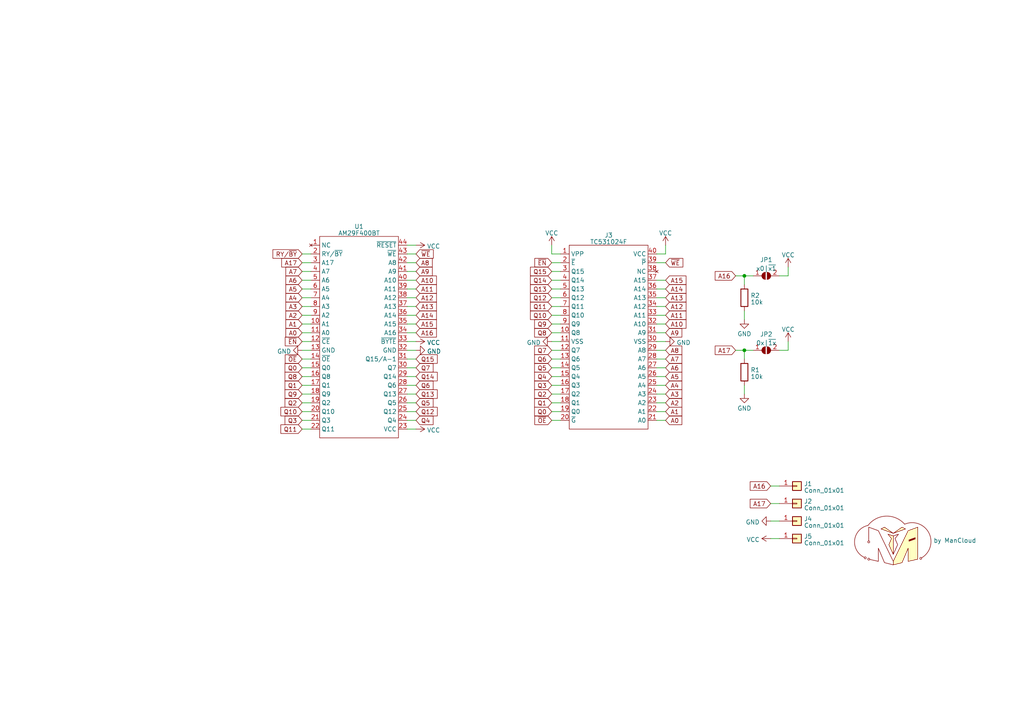
<source format=kicad_sch>
(kicad_sch (version 20230121) (generator eeschema)
  (paper "A4")
  (lib_symbols
    (symbol "Connector_Generic:Conn_01x01" (pin_names (offset 1.016) hide)
      (property "Reference" "J" (at 0 2.54 0))
      (property "Value" "Conn_01x01" (at 0 -2.54 0))
      (symbol "Conn_01x01_1_1"
        (rectangle (start -1.27 0.127) (end 0 -0.127) (stroke (width 0.1524)))
        (rectangle (start -1.27 1.27) (end 1.27 -1.27) (stroke (width 0.254)) (fill (type background)))
        (pin passive line (at -5.08 0 0) (length 3.81) (name "Pin_1") (number "1"))
      )
    )
    (symbol "Device:R" (pin_numbers hide) (pin_names (offset 0))
      (property "Reference" "R" (at 2.032 0 90))
      (property "Value" "R" (at 0 0 90))
      (symbol "R_0_1"
        (rectangle (start -1.016 -2.54) (end 1.016 2.54) (stroke (width 0.254)))
      )
      (symbol "R_1_1"
        (pin passive line (at 0 3.81 270) (length 1.27) (name "~") (number "1"))
        (pin passive line (at 0 -3.81 90) (length 1.27) (name "~") (number "2"))
      )
    )
    (symbol "Eigenes:AM29F400"
      (property "Reference" "U" (at -10.16 29.21 0))
      (property "Value" "AM29F400" (at 0 -31.75 0))
      (symbol "AM29F400_0_0"
        (pin no_connect line (at -13.97 25.4 0) (length 2.54) (name "NC") (number "1"))
        (pin input line (at -13.97 2.54 0) (length 2.54) (name "A1") (number "10"))
        (pin input line (at -13.97 0 0) (length 2.54) (name "A0") (number "11"))
        (pin input line (at -13.97 -2.54 0) (length 2.54) (name "~{CE}") (number "12"))
        (pin power_in line (at -13.97 -5.08 0) (length 2.54) (name "GND") (number "13"))
        (pin input line (at -13.97 -7.62 0) (length 2.54) (name "~{OE}") (number "14"))
        (pin bidirectional line (at -13.97 -10.16 0) (length 2.54) (name "Q0") (number "15"))
        (pin bidirectional line (at -13.97 -12.7 0) (length 2.54) (name "Q8") (number "16"))
        (pin bidirectional line (at -13.97 -15.24 0) (length 2.54) (name "Q1") (number "17"))
        (pin bidirectional line (at -13.97 -17.78 0) (length 2.54) (name "Q9") (number "18"))
        (pin bidirectional line (at -13.97 -20.32 0) (length 2.54) (name "Q2") (number "19"))
        (pin output line (at -13.97 22.86 0) (length 2.54) (name "RY/~{BY}") (number "2"))
        (pin bidirectional line (at -13.97 -22.86 0) (length 2.54) (name "Q10") (number "20"))
        (pin bidirectional line (at -13.97 -25.4 0) (length 2.54) (name "Q3") (number "21"))
        (pin bidirectional line (at -13.97 -27.94 0) (length 2.54) (name "Q11") (number "22"))
        (pin power_in line (at 13.97 -27.94 180) (length 2.54) (name "VCC") (number "23"))
        (pin bidirectional line (at 13.97 -25.4 180) (length 2.54) (name "Q4") (number "24"))
        (pin bidirectional line (at 13.97 -22.86 180) (length 2.54) (name "Q12") (number "25"))
        (pin bidirectional line (at 13.97 -20.32 180) (length 2.54) (name "Q5") (number "26"))
        (pin bidirectional line (at 13.97 -17.78 180) (length 2.54) (name "Q13") (number "27"))
        (pin bidirectional line (at 13.97 -15.24 180) (length 2.54) (name "Q6") (number "28"))
        (pin bidirectional line (at 13.97 -12.7 180) (length 2.54) (name "Q14") (number "29"))
        (pin input line (at -13.97 20.32 0) (length 2.54) (name "A17") (number "3"))
        (pin bidirectional line (at 13.97 -10.16 180) (length 2.54) (name "Q7") (number "30"))
        (pin bidirectional line (at 13.97 -7.62 180) (length 2.54) (name "Q15/A-1") (number "31"))
        (pin power_in line (at 13.97 -5.08 180) (length 2.54) (name "GND") (number "32"))
        (pin input line (at 13.97 -2.54 180) (length 2.54) (name "~{BYTE}") (number "33"))
        (pin input line (at 13.97 0 180) (length 2.54) (name "A16") (number "34"))
        (pin input line (at 13.97 2.54 180) (length 2.54) (name "A15") (number "35"))
        (pin input line (at 13.97 5.08 180) (length 2.54) (name "A14") (number "36"))
        (pin input line (at 13.97 7.62 180) (length 2.54) (name "A13") (number "37"))
        (pin input line (at 13.97 10.16 180) (length 2.54) (name "A12") (number "38"))
        (pin input line (at 13.97 12.7 180) (length 2.54) (name "A11") (number "39"))
        (pin input line (at -13.97 17.78 0) (length 2.54) (name "A7") (number "4"))
        (pin input line (at 13.97 15.24 180) (length 2.54) (name "A10") (number "40"))
        (pin input line (at 13.97 17.78 180) (length 2.54) (name "A9") (number "41"))
        (pin input line (at 13.97 20.32 180) (length 2.54) (name "A8") (number "42"))
        (pin input line (at 13.97 22.86 180) (length 2.54) (name "~{WE}") (number "43"))
        (pin input line (at 13.97 25.4 180) (length 2.54) (name "~{RESET}") (number "44"))
        (pin input line (at -13.97 15.24 0) (length 2.54) (name "A6") (number "5"))
        (pin input line (at -13.97 12.7 0) (length 2.54) (name "A5") (number "6"))
        (pin input line (at -13.97 10.16 0) (length 2.54) (name "A4") (number "7"))
        (pin input line (at -13.97 7.62 0) (length 2.54) (name "A3") (number "8"))
        (pin input line (at -13.97 5.08 0) (length 2.54) (name "A2") (number "9"))
      )
      (symbol "AM29F400_0_1"
        (rectangle (start -11.43 27.94) (end 11.43 -30.48))
      )
    )
    (symbol "Eigenes:M27C1024"
      (property "Reference" "U" (at -10.16 26.67 0))
      (property "Value" "M27C1024" (at 0 -29.21 0))
      (symbol "M27C1024_0_0"
        (pin power_in line (at -13.97 22.86 0) (length 2.54) (name "VPP") (number "1"))
        (pin bidirectional line (at -13.97 0 0) (length 2.54) (name "Q8") (number "10"))
        (pin power_in line (at -13.97 -2.54 0) (length 2.54) (name "VSS") (number "11"))
        (pin bidirectional line (at -13.97 -5.08 0) (length 2.54) (name "Q7") (number "12"))
        (pin bidirectional line (at -13.97 -7.62 0) (length 2.54) (name "Q6") (number "13"))
        (pin bidirectional line (at -13.97 -10.16 0) (length 2.54) (name "Q5") (number "14"))
        (pin bidirectional line (at -13.97 -12.7 0) (length 2.54) (name "Q4") (number "15"))
        (pin bidirectional line (at -13.97 -15.24 0) (length 2.54) (name "Q3") (number "16"))
        (pin bidirectional line (at -13.97 -17.78 0) (length 2.54) (name "Q2") (number "17"))
        (pin bidirectional line (at -13.97 -20.32 0) (length 2.54) (name "Q1") (number "18"))
        (pin bidirectional line (at -13.97 -22.86 0) (length 2.54) (name "Q0") (number "19"))
        (pin input line (at -13.97 20.32 0) (length 2.54) (name "~{E}") (number "2"))
        (pin input line (at -13.97 -25.4 0) (length 2.54) (name "~{G}") (number "20"))
        (pin input line (at 13.97 -25.4 180) (length 2.54) (name "A0") (number "21"))
        (pin input line (at 13.97 -22.86 180) (length 2.54) (name "A1") (number "22"))
        (pin input line (at 13.97 -20.32 180) (length 2.54) (name "A2") (number "23"))
        (pin input line (at 13.97 -17.78 180) (length 2.54) (name "A3") (number "24"))
        (pin input line (at 13.97 -15.24 180) (length 2.54) (name "A4") (number "25"))
        (pin input line (at 13.97 -12.7 180) (length 2.54) (name "A5") (number "26"))
        (pin input line (at 13.97 -10.16 180) (length 2.54) (name "A6") (number "27"))
        (pin input line (at 13.97 -7.62 180) (length 2.54) (name "A7") (number "28"))
        (pin input line (at 13.97 -5.08 180) (length 2.54) (name "A8") (number "29"))
        (pin bidirectional line (at -13.97 17.78 0) (length 2.54) (name "Q15") (number "3"))
        (pin power_in line (at 13.97 -2.54 180) (length 2.54) (name "VSS") (number "30"))
        (pin input line (at 13.97 0 180) (length 2.54) (name "A9") (number "31"))
        (pin input line (at 13.97 2.54 180) (length 2.54) (name "A10") (number "32"))
        (pin input line (at 13.97 5.08 180) (length 2.54) (name "A11") (number "33"))
        (pin input line (at 13.97 7.62 180) (length 2.54) (name "A12") (number "34"))
        (pin input line (at 13.97 10.16 180) (length 2.54) (name "A13") (number "35"))
        (pin input line (at 13.97 12.7 180) (length 2.54) (name "A14") (number "36"))
        (pin input line (at 13.97 15.24 180) (length 2.54) (name "A15") (number "37"))
        (pin no_connect line (at 13.97 17.78 180) (length 2.54) (name "NC") (number "38"))
        (pin input line (at 13.97 20.32 180) (length 2.54) (name "~{P}") (number "39"))
        (pin bidirectional line (at -13.97 15.24 0) (length 2.54) (name "Q14") (number "4"))
        (pin input line (at 13.97 22.86 180) (length 2.54) (name "VCC") (number "40"))
        (pin bidirectional line (at -13.97 12.7 0) (length 2.54) (name "Q13") (number "5"))
        (pin bidirectional line (at -13.97 10.16 0) (length 2.54) (name "Q12") (number "6"))
        (pin bidirectional line (at -13.97 7.62 0) (length 2.54) (name "Q11") (number "7"))
        (pin bidirectional line (at -13.97 5.08 0) (length 2.54) (name "Q10") (number "8"))
        (pin bidirectional line (at -13.97 2.54 0) (length 2.54) (name "Q9") (number "9"))
      )
      (symbol "M27C1024_0_1"
        (rectangle (start -11.43 25.4) (end 11.43 -27.94))
      )
    )
    (symbol "Eigenes:by ManCloud"
      (property "Value" "by ManCloud" (at -9.0424 -7.9756 0))
      (symbol "by ManCloud_0_1"
        (circle (center -8.128 -5.588) (radius 0.284) (stroke (width 0.1524)))
        (arc (start -7.3152 3.81) (mid -11.1878 -0.4122) (end -8.4328 -5.4356) (stroke (width 0.1524)))
        (circle (center -7.112 -5.969) (radius 0.284) (stroke (width 0.1524)))
        (circle (center -7.112 -0.9652) (radius 0.284) (stroke (width 0.1524)))
        (polyline (pts (xy -2.54 3.302) (xy 0 1.524) (xy -3.556 2.794) (xy -2.54 3.302)) (stroke (width 0.1524)) (fill (type background)))
        (polyline (pts (xy 2.54 3.302) (xy 0 1.524) (xy 3.556 2.794) (xy 2.54 3.302)) (stroke (width 0.1524)) (fill (type background)))
        (polyline (pts (xy 6.35 0.254) (xy 4.572 -0.381) (xy 4.572 -0.762) (xy 6.35 -0.127) (xy 6.35 0.254)) (stroke (width 0.1524)) (fill (type outline)))
        (polyline (pts (xy 0 -4.572) (xy -1.27 -1.778) (xy -0.508 0) (xy -1.524 1.27) (xy 0 0.762) (xy 0 -4.572)) (stroke (width 0.1524)) (fill (type background)))
        (polyline (pts (xy 0 -4.572) (xy 1.27 -1.778) (xy 0.508 0) (xy 1.524 1.27) (xy 0 0.762) (xy 0 -4.572)) (stroke (width 0.1524)))
        (polyline (pts (xy -6.8072 -6.0452) (xy -4.318 -6.604) (xy -4.318 -2.794) (xy -2.54 -6.985) (xy 0 -7.62) (xy 0 -6.604) (xy -4.318 2.286) (xy -7.112 3.302) (xy -7.112 -0.635)) (stroke (width 0.1524)))
        (polyline (pts (xy 4.318 2.286) (xy 7.112 3.302) (xy 7.112 -5.969) (xy 4.318 -6.604) (xy 4.318 -2.794) (xy 2.54 -6.985) (xy 0 -7.62) (xy 0 -6.604) (xy 4.318 2.286)) (stroke (width 0.1524)) (fill (type background)))
        (arc (start 3.302 4.1656) (mid -2.0911 6.5108) (end -7.3152 3.81) (stroke (width 0.1524)))
        (circle (center 7.9756 -5.7404) (radius 0.284) (stroke (width 0.1524)))
        (arc (start 8.2296 -5.588) (mid 10.3596 1.6096) (end 3.302 4.1656) (stroke (width 0.1524)))
      )
    )
    (symbol "Jumper:SolderJumper_2_Open" (pin_names (offset 0) hide)
      (property "Reference" "JP" (at 0 2.032 0))
      (property "Value" "SolderJumper_2_Open" (at 0 -2.54 0))
      (symbol "SolderJumper_2_Open_0_1"
        (arc (start -0.254 1.016) (mid -1.2656 0) (end -0.254 -1.016))
        (arc (start -0.254 1.016) (mid -1.2656 0) (end -0.254 -1.016) (fill (type outline)))
        (polyline (pts (xy -0.254 1.016) (xy -0.254 -1.016)))
        (polyline (pts (xy 0.254 1.016) (xy 0.254 -1.016)))
        (arc (start 0.254 -1.016) (mid 1.2656 0) (end 0.254 1.016))
        (arc (start 0.254 -1.016) (mid 1.2656 0) (end 0.254 1.016) (fill (type outline)))
      )
      (symbol "SolderJumper_2_Open_1_1"
        (pin passive line (at -3.81 0 0) (length 2.54) (name "A") (number "1"))
        (pin passive line (at 3.81 0 180) (length 2.54) (name "B") (number "2"))
      )
    )
    (symbol "power:GND" (power) (pin_names (offset 0))
      (property "Value" "GND" (at 0 -3.81 0))
      (symbol "GND_0_1"
        (polyline (pts (xy 0 0) (xy 0 -1.27) (xy 1.27 -1.27) (xy 0 -2.54) (xy -1.27 -1.27) (xy 0 -1.27)))
      )
      (symbol "GND_1_1"
        (pin power_in line (at 0 0 270) (length 0) hide (name "GND") (number "1"))
      )
    )
    (symbol "power:VCC" (power) (pin_names (offset 0))
      (property "Value" "VCC" (at 0 3.81 0))
      (symbol "VCC_0_1"
        (polyline (pts (xy -0.762 1.27) (xy 0 2.54)))
        (polyline (pts (xy 0 0) (xy 0 2.54)))
        (polyline (pts (xy 0 2.54) (xy 0.762 1.27)))
      )
      (symbol "VCC_1_1"
        (pin power_in line (at 0 0 90) (length 0) hide (name "VCC") (number "1"))
      )
    )
  )
  (junction (at 215.9 101.6))
  (junction (at 215.9 80.01))
  (wire (pts (xy 90.17 73.66) (xy 87.63 73.66)))
  (wire (pts (xy 118.11 109.22) (xy 120.65 109.22)))
  (wire (pts (xy 226.06 101.6) (xy 228.6 101.6)))
  (wire (pts (xy 190.5 96.52) (xy 193.04 96.52)))
  (wire (pts (xy 90.17 76.2) (xy 87.63 76.2)))
  (wire (pts (xy 90.17 104.14) (xy 87.63 104.14)))
  (wire (pts (xy 118.11 121.92) (xy 120.65 121.92)))
  (wire (pts (xy 223.52 140.97) (xy 226.06 140.97)))
  (wire (pts (xy 118.11 99.06) (xy 120.65 99.06)))
  (wire (pts (xy 190.5 104.14) (xy 193.04 104.14)))
  (wire (pts (xy 223.52 146.05) (xy 226.06 146.05)))
  (wire (pts (xy 190.5 116.84) (xy 193.04 116.84)))
  (wire (pts (xy 193.04 71.12) (xy 193.04 73.66)))
  (wire (pts (xy 228.6 99.06) (xy 228.6 101.6)))
  (wire (pts (xy 118.11 71.12) (xy 120.65 71.12)))
  (wire (pts (xy 190.5 83.82) (xy 193.04 83.82)))
  (wire (pts (xy 118.11 111.76) (xy 120.65 111.76)))
  (wire (pts (xy 118.11 96.52) (xy 120.65 96.52)))
  (wire (pts (xy 190.5 93.98) (xy 193.04 93.98)))
  (wire (pts (xy 162.56 111.76) (xy 160.02 111.76)))
  (wire (pts (xy 213.36 101.6) (xy 215.9 101.6)))
  (wire (pts (xy 90.17 114.3) (xy 87.63 114.3)))
  (wire (pts (xy 190.5 101.6) (xy 193.04 101.6)))
  (wire (pts (xy 162.56 101.6) (xy 160.02 101.6)))
  (wire (pts (xy 118.11 106.68) (xy 120.65 106.68)))
  (wire (pts (xy 162.56 93.98) (xy 160.02 93.98)))
  (wire (pts (xy 118.11 124.46) (xy 120.65 124.46)))
  (wire (pts (xy 162.56 83.82) (xy 160.02 83.82)))
  (wire (pts (xy 215.9 111.76) (xy 215.9 114.3)))
  (wire (pts (xy 90.17 78.74) (xy 87.63 78.74)))
  (wire (pts (xy 190.5 73.66) (xy 193.04 73.66)))
  (wire (pts (xy 162.56 114.3) (xy 160.02 114.3)))
  (wire (pts (xy 118.11 86.36) (xy 120.65 86.36)))
  (wire (pts (xy 118.11 101.6) (xy 120.65 101.6)))
  (wire (pts (xy 162.56 78.74) (xy 160.02 78.74)))
  (wire (pts (xy 90.17 119.38) (xy 87.63 119.38)))
  (wire (pts (xy 190.5 91.44) (xy 193.04 91.44)))
  (wire (pts (xy 190.5 88.9) (xy 193.04 88.9)))
  (wire (pts (xy 90.17 121.92) (xy 87.63 121.92)))
  (wire (pts (xy 90.17 93.98) (xy 87.63 93.98)))
  (wire (pts (xy 90.17 99.06) (xy 87.63 99.06)))
  (wire (pts (xy 118.11 83.82) (xy 120.65 83.82)))
  (wire (pts (xy 215.9 80.01) (xy 215.9 82.55)))
  (wire (pts (xy 118.11 76.2) (xy 120.65 76.2)))
  (wire (pts (xy 90.17 116.84) (xy 87.63 116.84)))
  (wire (pts (xy 90.17 86.36) (xy 87.63 86.36)))
  (wire (pts (xy 190.5 121.92) (xy 193.04 121.92)))
  (wire (pts (xy 162.56 106.68) (xy 160.02 106.68)))
  (wire (pts (xy 213.36 80.01) (xy 215.9 80.01)))
  (wire (pts (xy 90.17 83.82) (xy 87.63 83.82)))
  (wire (pts (xy 90.17 124.46) (xy 87.63 124.46)))
  (wire (pts (xy 190.5 86.36) (xy 193.04 86.36)))
  (wire (pts (xy 90.17 106.68) (xy 87.63 106.68)))
  (wire (pts (xy 87.63 101.6) (xy 90.17 101.6)))
  (wire (pts (xy 90.17 88.9) (xy 87.63 88.9)))
  (wire (pts (xy 215.9 101.6) (xy 215.9 104.14)))
  (wire (pts (xy 162.56 88.9) (xy 160.02 88.9)))
  (wire (pts (xy 190.5 109.22) (xy 193.04 109.22)))
  (wire (pts (xy 160.02 73.66) (xy 162.56 73.66)))
  (wire (pts (xy 118.11 116.84) (xy 120.65 116.84)))
  (wire (pts (xy 162.56 96.52) (xy 160.02 96.52)))
  (wire (pts (xy 160.02 71.12) (xy 160.02 73.66)))
  (wire (pts (xy 118.11 91.44) (xy 120.65 91.44)))
  (wire (pts (xy 190.5 119.38) (xy 193.04 119.38)))
  (wire (pts (xy 90.17 109.22) (xy 87.63 109.22)))
  (wire (pts (xy 90.17 111.76) (xy 87.63 111.76)))
  (wire (pts (xy 118.11 88.9) (xy 120.65 88.9)))
  (wire (pts (xy 215.9 101.6) (xy 218.44 101.6)))
  (wire (pts (xy 118.11 78.74) (xy 120.65 78.74)))
  (wire (pts (xy 215.9 90.17) (xy 215.9 92.71)))
  (wire (pts (xy 118.11 73.66) (xy 120.65 73.66)))
  (wire (pts (xy 118.11 93.98) (xy 120.65 93.98)))
  (wire (pts (xy 162.56 86.36) (xy 160.02 86.36)))
  (wire (pts (xy 162.56 121.92) (xy 160.02 121.92)))
  (wire (pts (xy 162.56 119.38) (xy 160.02 119.38)))
  (wire (pts (xy 90.17 91.44) (xy 87.63 91.44)))
  (wire (pts (xy 90.17 81.28) (xy 87.63 81.28)))
  (wire (pts (xy 162.56 104.14) (xy 160.02 104.14)))
  (wire (pts (xy 190.5 81.28) (xy 193.04 81.28)))
  (wire (pts (xy 190.5 114.3) (xy 193.04 114.3)))
  (wire (pts (xy 190.5 99.06) (xy 193.04 99.06)))
  (wire (pts (xy 190.5 106.68) (xy 193.04 106.68)))
  (wire (pts (xy 228.6 77.47) (xy 228.6 80.01)))
  (wire (pts (xy 223.52 151.13) (xy 226.06 151.13)))
  (wire (pts (xy 162.56 109.22) (xy 160.02 109.22)))
  (wire (pts (xy 90.17 96.52) (xy 87.63 96.52)))
  (wire (pts (xy 190.5 76.2) (xy 193.04 76.2)))
  (wire (pts (xy 118.11 114.3) (xy 120.65 114.3)))
  (wire (pts (xy 162.56 81.28) (xy 160.02 81.28)))
  (wire (pts (xy 162.56 91.44) (xy 160.02 91.44)))
  (wire (pts (xy 162.56 76.2) (xy 160.02 76.2)))
  (wire (pts (xy 118.11 104.14) (xy 120.65 104.14)))
  (wire (pts (xy 223.52 156.21) (xy 226.06 156.21)))
  (wire (pts (xy 118.11 81.28) (xy 120.65 81.28)))
  (wire (pts (xy 190.5 111.76) (xy 193.04 111.76)))
  (wire (pts (xy 215.9 80.01) (xy 218.44 80.01)))
  (wire (pts (xy 160.02 99.06) (xy 162.56 99.06)))
  (wire (pts (xy 226.06 80.01) (xy 228.6 80.01)))
  (wire (pts (xy 162.56 116.84) (xy 160.02 116.84)))
  (wire (pts (xy 118.11 119.38) (xy 120.65 119.38)))
  (global_label "A17" (shape input) (at 87.63 76.2 180) (property "Intersheetrefs" "${INTERSHEET_REFS}" (effects hide)))
  (global_label "~{EN}" (shape input) (at 87.63 99.06 180) (property "Intersheetrefs" "${INTERSHEET_REFS}" (effects hide)))
  (global_label "RY{slash}~{BY}" (shape input) (at 87.63 73.66 180) (property "Intersheetrefs" "${INTERSHEET_REFS}" (effects hide)))
  (global_label "A14" (shape input) (at 193.04 83.82 0) (property "Intersheetrefs" "${INTERSHEET_REFS}" (effects hide)))
  (global_label "A6" (shape input) (at 87.63 81.28 180) (property "Intersheetrefs" "${INTERSHEET_REFS}" (effects hide)))
  (global_label "Q1" (shape input) (at 160.02 116.84 180) (property "Intersheetrefs" "${INTERSHEET_REFS}" (effects hide)))
  (global_label "A16" (shape input) (at 223.52 140.97 180) (property "Intersheetrefs" "${INTERSHEET_REFS}" (effects hide)))
  (global_label "A13" (shape input) (at 120.65 88.9 0) (property "Intersheetrefs" "${INTERSHEET_REFS}" (effects hide)))
  (global_label "A17" (shape input) (at 213.36 101.6 180) (property "Intersheetrefs" "${INTERSHEET_REFS}" (effects hide)))
  (global_label "Q8" (shape input) (at 160.02 96.52 180) (property "Intersheetrefs" "${INTERSHEET_REFS}" (effects hide)))
  (global_label "A2" (shape input) (at 87.63 91.44 180) (property "Intersheetrefs" "${INTERSHEET_REFS}" (effects hide)))
  (global_label "A5" (shape input) (at 193.04 109.22 0) (property "Intersheetrefs" "${INTERSHEET_REFS}" (effects hide)))
  (global_label "Q7" (shape input) (at 160.02 101.6 180) (property "Intersheetrefs" "${INTERSHEET_REFS}" (effects hide)))
  (global_label "A15" (shape input) (at 193.04 81.28 0) (property "Intersheetrefs" "${INTERSHEET_REFS}" (effects hide)))
  (global_label "Q13" (shape input) (at 120.65 114.3 0) (property "Intersheetrefs" "${INTERSHEET_REFS}" (effects hide)))
  (global_label "A10" (shape input) (at 193.04 93.98 0) (property "Intersheetrefs" "${INTERSHEET_REFS}" (effects hide)))
  (global_label "Q0" (shape input) (at 87.63 106.68 180) (property "Intersheetrefs" "${INTERSHEET_REFS}" (effects hide)))
  (global_label "A6" (shape input) (at 193.04 106.68 0) (property "Intersheetrefs" "${INTERSHEET_REFS}" (effects hide)))
  (global_label "Q12" (shape input) (at 120.65 119.38 0) (property "Intersheetrefs" "${INTERSHEET_REFS}" (effects hide)))
  (global_label "A0" (shape input) (at 193.04 121.92 0) (property "Intersheetrefs" "${INTERSHEET_REFS}" (effects hide)))
  (global_label "Q8" (shape input) (at 87.63 109.22 180) (property "Intersheetrefs" "${INTERSHEET_REFS}" (effects hide)))
  (global_label "Q7" (shape input) (at 120.65 106.68 0) (property "Intersheetrefs" "${INTERSHEET_REFS}" (effects hide)))
  (global_label "A7" (shape input) (at 193.04 104.14 0) (property "Intersheetrefs" "${INTERSHEET_REFS}" (effects hide)))
  (global_label "Q6" (shape input) (at 160.02 104.14 180) (property "Intersheetrefs" "${INTERSHEET_REFS}" (effects hide)))
  (global_label "Q3" (shape input) (at 87.63 121.92 180) (property "Intersheetrefs" "${INTERSHEET_REFS}" (effects hide)))
  (global_label "Q4" (shape input) (at 120.65 121.92 0) (property "Intersheetrefs" "${INTERSHEET_REFS}" (effects hide)))
  (global_label "A16" (shape input) (at 120.65 96.52 0) (property "Intersheetrefs" "${INTERSHEET_REFS}" (effects hide)))
  (global_label "A5" (shape input) (at 87.63 83.82 180) (property "Intersheetrefs" "${INTERSHEET_REFS}" (effects hide)))
  (global_label "Q9" (shape input) (at 160.02 93.98 180) (property "Intersheetrefs" "${INTERSHEET_REFS}" (effects hide)))
  (global_label "Q2" (shape input) (at 160.02 114.3 180) (property "Intersheetrefs" "${INTERSHEET_REFS}" (effects hide)))
  (global_label "A1" (shape input) (at 87.63 93.98 180) (property "Intersheetrefs" "${INTERSHEET_REFS}" (effects hide)))
  (global_label "A1" (shape input) (at 193.04 119.38 0) (property "Intersheetrefs" "${INTERSHEET_REFS}" (effects hide)))
  (global_label "A11" (shape input) (at 193.04 91.44 0) (property "Intersheetrefs" "${INTERSHEET_REFS}" (effects hide)))
  (global_label "A2" (shape input) (at 193.04 116.84 0) (property "Intersheetrefs" "${INTERSHEET_REFS}" (effects hide)))
  (global_label "A13" (shape input) (at 193.04 86.36 0) (property "Intersheetrefs" "${INTERSHEET_REFS}" (effects hide)))
  (global_label "A15" (shape input) (at 120.65 93.98 0) (property "Intersheetrefs" "${INTERSHEET_REFS}" (effects hide)))
  (global_label "A17" (shape input) (at 223.52 146.05 180) (property "Intersheetrefs" "${INTERSHEET_REFS}" (effects hide)))
  (global_label "A7" (shape input) (at 87.63 78.74 180) (property "Intersheetrefs" "${INTERSHEET_REFS}" (effects hide)))
  (global_label "Q3" (shape input) (at 160.02 111.76 180) (property "Intersheetrefs" "${INTERSHEET_REFS}" (effects hide)))
  (global_label "A8" (shape input) (at 120.65 76.2 0) (property "Intersheetrefs" "${INTERSHEET_REFS}" (effects hide)))
  (global_label "Q12" (shape input) (at 160.02 86.36 180) (property "Intersheetrefs" "${INTERSHEET_REFS}" (effects hide)))
  (global_label "Q13" (shape input) (at 160.02 83.82 180) (property "Intersheetrefs" "${INTERSHEET_REFS}" (effects hide)))
  (global_label "A11" (shape input) (at 120.65 83.82 0) (property "Intersheetrefs" "${INTERSHEET_REFS}" (effects hide)))
  (global_label "~{WE}" (shape input) (at 120.65 73.66 0) (property "Intersheetrefs" "${INTERSHEET_REFS}" (effects hide)))
  (global_label "A9" (shape input) (at 120.65 78.74 0) (property "Intersheetrefs" "${INTERSHEET_REFS}" (effects hide)))
  (global_label "A12" (shape input) (at 120.65 86.36 0) (property "Intersheetrefs" "${INTERSHEET_REFS}" (effects hide)))
  (global_label "A10" (shape input) (at 120.65 81.28 0) (property "Intersheetrefs" "${INTERSHEET_REFS}" (effects hide)))
  (global_label "A9" (shape input) (at 193.04 96.52 0) (property "Intersheetrefs" "${INTERSHEET_REFS}" (effects hide)))
  (global_label "Q0" (shape input) (at 160.02 119.38 180) (property "Intersheetrefs" "${INTERSHEET_REFS}" (effects hide)))
  (global_label "Q14" (shape input) (at 160.02 81.28 180) (property "Intersheetrefs" "${INTERSHEET_REFS}" (effects hide)))
  (global_label "Q14" (shape input) (at 120.65 109.22 0) (property "Intersheetrefs" "${INTERSHEET_REFS}" (effects hide)))
  (global_label "A3" (shape input) (at 193.04 114.3 0) (property "Intersheetrefs" "${INTERSHEET_REFS}" (effects hide)))
  (global_label "A3" (shape input) (at 87.63 88.9 180) (property "Intersheetrefs" "${INTERSHEET_REFS}" (effects hide)))
  (global_label "Q2" (shape input) (at 87.63 116.84 180) (property "Intersheetrefs" "${INTERSHEET_REFS}" (effects hide)))
  (global_label "A4" (shape input) (at 87.63 86.36 180) (property "Intersheetrefs" "${INTERSHEET_REFS}" (effects hide)))
  (global_label "Q4" (shape input) (at 160.02 109.22 180) (property "Intersheetrefs" "${INTERSHEET_REFS}" (effects hide)))
  (global_label "Q1" (shape input) (at 87.63 111.76 180) (property "Intersheetrefs" "${INTERSHEET_REFS}" (effects hide)))
  (global_label "A8" (shape input) (at 193.04 101.6 0) (property "Intersheetrefs" "${INTERSHEET_REFS}" (effects hide)))
  (global_label "~{WE}" (shape input) (at 193.04 76.2 0) (property "Intersheetrefs" "${INTERSHEET_REFS}" (effects hide)))
  (global_label "Q15" (shape input) (at 120.65 104.14 0) (property "Intersheetrefs" "${INTERSHEET_REFS}" (effects hide)))
  (global_label "Q5" (shape input) (at 160.02 106.68 180) (property "Intersheetrefs" "${INTERSHEET_REFS}" (effects hide)))
  (global_label "A16" (shape input) (at 213.36 80.01 180) (property "Intersheetrefs" "${INTERSHEET_REFS}" (effects hide)))
  (global_label "Q10" (shape input) (at 160.02 91.44 180) (property "Intersheetrefs" "${INTERSHEET_REFS}" (effects hide)))
  (global_label "A4" (shape input) (at 193.04 111.76 0) (property "Intersheetrefs" "${INTERSHEET_REFS}" (effects hide)))
  (global_label "Q9" (shape input) (at 87.63 114.3 180) (property "Intersheetrefs" "${INTERSHEET_REFS}" (effects hide)))
  (global_label "A14" (shape input) (at 120.65 91.44 0) (property "Intersheetrefs" "${INTERSHEET_REFS}" (effects hide)))
  (global_label "Q5" (shape input) (at 120.65 116.84 0) (property "Intersheetrefs" "${INTERSHEET_REFS}" (effects hide)))
  (global_label "Q6" (shape input) (at 120.65 111.76 0) (property "Intersheetrefs" "${INTERSHEET_REFS}" (effects hide)))
  (global_label "Q11" (shape input) (at 160.02 88.9 180) (property "Intersheetrefs" "${INTERSHEET_REFS}" (effects hide)))
  (global_label "~{OE}" (shape input) (at 160.02 121.92 180) (property "Intersheetrefs" "${INTERSHEET_REFS}" (effects hide)))
  (global_label "A0" (shape input) (at 87.63 96.52 180) (property "Intersheetrefs" "${INTERSHEET_REFS}" (effects hide)))
  (global_label "Q11" (shape input) (at 87.63 124.46 180) (property "Intersheetrefs" "${INTERSHEET_REFS}" (effects hide)))
  (global_label "Q10" (shape input) (at 87.63 119.38 180) (property "Intersheetrefs" "${INTERSHEET_REFS}" (effects hide)))
  (global_label "Q15" (shape input) (at 160.02 78.74 180) (property "Intersheetrefs" "${INTERSHEET_REFS}" (effects hide)))
  (global_label "~{OE}" (shape input) (at 87.63 104.14 180) (property "Intersheetrefs" "${INTERSHEET_REFS}" (effects hide)))
  (global_label "A12" (shape input) (at 193.04 88.9 0) (property "Intersheetrefs" "${INTERSHEET_REFS}" (effects hide)))
  (global_label "~{EN}" (shape input) (at 160.02 76.2 180) (property "Intersheetrefs" "${INTERSHEET_REFS}" (effects hide)))
  (symbol (lib_id "Connector_Generic:Conn_01x01") (at 231.14 146.05 0) (unit 1)
    (property "Reference" "J2" (at 233.172 145.4063 0) (effects (justify left)))
    (property "Value" "Conn_01x01" (at 233.172 147.3273 0) (effects (justify left)))
    (property "Footprint" "TestPoint:TestPoint_Keystone_5015_Micro-Minature" (effects hide))
  )
  (symbol (lib_id "Eigenes:by ManCloud") (at 259.08 156.21 0) (unit 1)
    (property "Reference" "U2" (effects hide))
    (property "Value" "by ManCloud" (at 270.7388 156.7627 0) (effects (justify left)))
    (property "Footprint" "Eigene:ManCloud_v2b_22mm" (effects hide))
  )
  (symbol (lib_id "Connector_Generic:Conn_01x01") (at 231.14 151.13 0) (unit 1)
    (property "Reference" "J4" (at 233.172 150.4863 0) (effects (justify left)))
    (property "Value" "Conn_01x01" (at 233.172 152.4073 0) (effects (justify left)))
    (property "Footprint" "TestPoint:TestPoint_Keystone_5015_Micro-Minature" (effects hide))
  )
  (symbol (lib_id "power:VCC") (at 193.04 71.12 0) (unit 1)
    (property "Reference" "#PWR04" (effects hide))
    (property "Value" "VCC" (at 193.04 67.6181 0))
  )
  (symbol (lib_id "power:GND") (at 223.52 151.13 270) (unit 1)
    (property "Reference" "#PWR014" (effects hide))
    (property "Value" "GND" (at 220.3451 151.4468 90) (effects (justify right)))
  )
  (symbol (lib_id "power:GND") (at 160.02 99.06 270) (unit 1)
    (property "Reference" "#PWR02" (effects hide))
    (property "Value" "GND" (at 156.8451 99.3768 90) (effects (justify right)))
  )
  (symbol (lib_id "Jumper:SolderJumper_2_Open") (at 222.25 101.6 0) (unit 1)
    (property "Reference" "JP2" (at 222.25 96.9451 0))
    (property "Value" "0x|~{1x}" (at 222.25 99.4757 0))
    (property "Footprint" "Jumper:SolderJumper-2_P1.3mm_Open_TrianglePad1.0x1.5mm" (effects hide))
  )
  (symbol (lib_id "power:VCC") (at 223.52 156.21 90) (unit 1)
    (property "Reference" "#PWR015" (effects hide))
    (property "Value" "VCC" (at 220.345 156.5268 90) (effects (justify left)))
  )
  (symbol (lib_id "power:VCC") (at 160.02 71.12 0) (unit 1)
    (property "Reference" "#PWR03" (effects hide))
    (property "Value" "VCC" (at 160.02 67.6181 0))
  )
  (symbol (lib_id "power:GND") (at 215.9 92.71 0) (unit 1)
    (property "Reference" "#PWR011" (effects hide))
    (property "Value" "GND" (at 215.9 96.8455 0))
  )
  (symbol (lib_id "Connector_Generic:Conn_01x01") (at 231.14 156.21 0) (unit 1)
    (property "Reference" "J5" (at 233.172 155.5663 0) (effects (justify left)))
    (property "Value" "Conn_01x01" (at 233.172 157.4873 0) (effects (justify left)))
    (property "Footprint" "TestPoint:TestPoint_Keystone_5015_Micro-Minature" (effects hide))
  )
  (symbol (lib_id "power:VCC") (at 120.65 124.46 270) (unit 1)
    (property "Reference" "#PWR05" (effects hide))
    (property "Value" "VCC" (at 123.825 124.7768 90) (effects (justify left)))
  )
  (symbol (lib_id "Jumper:SolderJumper_2_Open") (at 222.25 80.01 0) (unit 1)
    (property "Reference" "JP1" (at 222.25 75.3551 0))
    (property "Value" "x0|~{x1}" (at 222.25 77.8857 0))
    (property "Footprint" "Jumper:SolderJumper-2_P1.3mm_Open_TrianglePad1.0x1.5mm" (effects hide))
  )
  (symbol (lib_id "power:GND") (at 120.65 101.6 90) (unit 1)
    (property "Reference" "#PWR07" (effects hide))
    (property "Value" "GND" (at 123.825 101.9168 90) (effects (justify right)))
  )
  (symbol (lib_id "power:GND") (at 87.63 101.6 270) (unit 1)
    (property "Reference" "#PWR06" (effects hide))
    (property "Value" "GND" (at 84.4551 101.9168 90) (effects (justify right)))
  )
  (symbol (lib_id "power:GND") (at 193.04 99.06 90) (unit 1)
    (property "Reference" "#PWR01" (effects hide))
    (property "Value" "GND" (at 196.215 99.3768 90) (effects (justify right)))
  )
  (symbol (lib_id "Connector_Generic:Conn_01x01") (at 231.14 140.97 0) (unit 1)
    (property "Reference" "J1" (at 233.172 140.3263 0) (effects (justify left)))
    (property "Value" "Conn_01x01" (at 233.172 142.2473 0) (effects (justify left)))
    (property "Footprint" "TestPoint:TestPoint_Keystone_5015_Micro-Minature" (effects hide))
  )
  (symbol (lib_id "Device:R") (at 215.9 86.36 0) (unit 1)
    (property "Reference" "R2" (at 217.678 85.7163 0) (effects (justify left)))
    (property "Value" "10k" (at 217.678 87.6373 0) (effects (justify left)))
    (property "Footprint" "Resistor_SMD:R_0805_2012Metric_Pad1.20x1.40mm_HandSolder" (effects hide))
  )
  (symbol (lib_id "power:GND") (at 215.9 114.3 0) (unit 1)
    (property "Reference" "#PWR010" (effects hide))
    (property "Value" "GND" (at 215.9 118.4355 0))
  )
  (symbol (lib_id "Eigenes:M27C1024") (at 176.53 96.52 0) (unit 1)
    (property "Reference" "J3" (at 176.53 68.2371 0))
    (property "Value" "TC531024F" (at 176.53 70.1581 0))
    (property "Footprint" "Eigene:TSOP-40_26.0x10.0mm_P1.27mm_JIG" (effects hide))
  )
  (symbol (lib_id "Eigenes:AM29F400") (at 104.14 96.52 0) (unit 1)
    (property "Reference" "U1" (at 104.14 65.6971 0))
    (property "Value" "AM29F400BT" (at 104.14 67.6181 0))
    (property "Footprint" "Eigene:SO-44_P1.27" (effects hide))
  )
  (symbol (lib_id "power:VCC") (at 228.6 99.06 0) (unit 1)
    (property "Reference" "#PWR013" (effects hide))
    (property "Value" "VCC" (at 228.6 95.5581 0))
  )
  (symbol (lib_id "power:VCC") (at 120.65 99.06 270) (unit 1)
    (property "Reference" "#PWR012" (effects hide))
    (property "Value" "VCC" (at 123.825 99.3768 90) (effects (justify left)))
  )
  (symbol (lib_id "Device:R") (at 215.9 107.95 0) (unit 1)
    (property "Reference" "R1" (at 217.678 107.3063 0) (effects (justify left)))
    (property "Value" "10k" (at 217.678 109.2273 0) (effects (justify left)))
    (property "Footprint" "Resistor_SMD:R_0805_2012Metric_Pad1.20x1.40mm_HandSolder" (effects hide))
  )
  (symbol (lib_id "power:VCC") (at 228.6 77.47 0) (unit 1)
    (property "Reference" "#PWR09" (effects hide))
    (property "Value" "VCC" (at 228.6 73.9681 0))
  )
  (symbol (lib_id "power:VCC") (at 120.65 71.12 270) (unit 1)
    (property "Reference" "#PWR08" (effects hide))
    (property "Value" "VCC" (at 123.825 71.4368 90) (effects (justify left)))
  )
)
</source>
